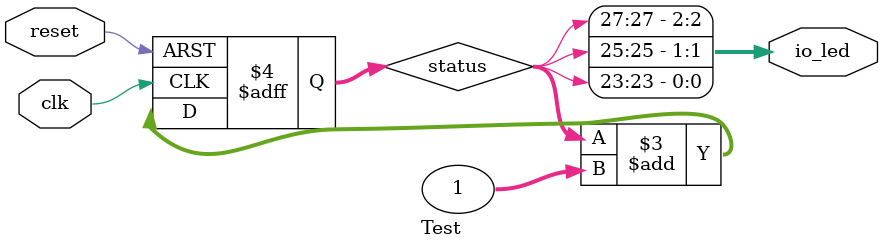
<source format=v>



module Test (
  output reg [2:0]    io_led,
  input               clk,
  input               reset 
);
  reg        [31:0]   status;

  always @ (*) begin
    io_led[0] = status[23];
    io_led[1] = status[25];
    io_led[2] = status[27];
  end

  always @ (posedge clk or posedge reset) begin
    if (reset) begin
      status <= 32'h0;
    end else begin
      status <= (status + 32'h00000001);
    end
  end


endmodule

</source>
